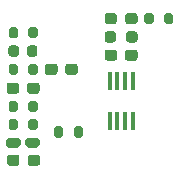
<source format=gbr>
%TF.GenerationSoftware,KiCad,Pcbnew,5.1.12-1.fc35*%
%TF.CreationDate,2021-11-27T14:34:01+00:00*%
%TF.ProjectId,kiCAD_TriSchmittPanelMount_v003.1,6b694341-445f-4547-9269-5363686d6974,rev?*%
%TF.SameCoordinates,Original*%
%TF.FileFunction,Paste,Top*%
%TF.FilePolarity,Positive*%
%FSLAX46Y46*%
G04 Gerber Fmt 4.6, Leading zero omitted, Abs format (unit mm)*
G04 Created by KiCad (PCBNEW 5.1.12-1.fc35) date 2021-11-27 14:34:01*
%MOMM*%
%LPD*%
G01*
G04 APERTURE LIST*
%ADD10R,0.300000X1.600000*%
G04 APERTURE END LIST*
%TO.C,R7*%
G36*
G01*
X200675000Y-76625000D02*
X200675000Y-77175000D01*
G75*
G02*
X200475000Y-77375000I-200000J0D01*
G01*
X200075000Y-77375000D01*
G75*
G02*
X199875000Y-77175000I0J200000D01*
G01*
X199875000Y-76625000D01*
G75*
G02*
X200075000Y-76425000I200000J0D01*
G01*
X200475000Y-76425000D01*
G75*
G02*
X200675000Y-76625000I0J-200000D01*
G01*
G37*
G36*
G01*
X202325000Y-76625000D02*
X202325000Y-77175000D01*
G75*
G02*
X202125000Y-77375000I-200000J0D01*
G01*
X201725000Y-77375000D01*
G75*
G02*
X201525000Y-77175000I0J200000D01*
G01*
X201525000Y-76625000D01*
G75*
G02*
X201725000Y-76425000I200000J0D01*
G01*
X202125000Y-76425000D01*
G75*
G02*
X202325000Y-76625000I0J-200000D01*
G01*
G37*
%TD*%
%TO.C,D4*%
G36*
G01*
X197650000Y-79537500D02*
X197650000Y-79062500D01*
G75*
G02*
X197887500Y-78825000I237500J0D01*
G01*
X198462500Y-78825000D01*
G75*
G02*
X198700000Y-79062500I0J-237500D01*
G01*
X198700000Y-79537500D01*
G75*
G02*
X198462500Y-79775000I-237500J0D01*
G01*
X197887500Y-79775000D01*
G75*
G02*
X197650000Y-79537500I0J237500D01*
G01*
G37*
G36*
G01*
X195900000Y-79537500D02*
X195900000Y-79062500D01*
G75*
G02*
X196137500Y-78825000I237500J0D01*
G01*
X196712500Y-78825000D01*
G75*
G02*
X196950000Y-79062500I0J-237500D01*
G01*
X196950000Y-79537500D01*
G75*
G02*
X196712500Y-79775000I-237500J0D01*
G01*
X196137500Y-79775000D01*
G75*
G02*
X195900000Y-79537500I0J237500D01*
G01*
G37*
%TD*%
D10*
%TO.C,U1*%
X206525000Y-76000000D03*
X205875000Y-76000000D03*
X205225000Y-76000000D03*
X204575000Y-76000000D03*
X204575000Y-72600000D03*
X205225000Y-72600000D03*
X205875000Y-72600000D03*
X206525000Y-72600000D03*
%TD*%
%TO.C,R6*%
G36*
G01*
X205975000Y-69087500D02*
X205975000Y-68612500D01*
G75*
G02*
X206212500Y-68375000I237500J0D01*
G01*
X206712500Y-68375000D01*
G75*
G02*
X206950000Y-68612500I0J-237500D01*
G01*
X206950000Y-69087500D01*
G75*
G02*
X206712500Y-69325000I-237500J0D01*
G01*
X206212500Y-69325000D01*
G75*
G02*
X205975000Y-69087500I0J237500D01*
G01*
G37*
G36*
G01*
X204150000Y-69087500D02*
X204150000Y-68612500D01*
G75*
G02*
X204387500Y-68375000I237500J0D01*
G01*
X204887500Y-68375000D01*
G75*
G02*
X205125000Y-68612500I0J-237500D01*
G01*
X205125000Y-69087500D01*
G75*
G02*
X204887500Y-69325000I-237500J0D01*
G01*
X204387500Y-69325000D01*
G75*
G02*
X204150000Y-69087500I0J237500D01*
G01*
G37*
%TD*%
%TO.C,R5*%
G36*
G01*
X209175000Y-67575000D02*
X209175000Y-67025000D01*
G75*
G02*
X209375000Y-66825000I200000J0D01*
G01*
X209775000Y-66825000D01*
G75*
G02*
X209975000Y-67025000I0J-200000D01*
G01*
X209975000Y-67575000D01*
G75*
G02*
X209775000Y-67775000I-200000J0D01*
G01*
X209375000Y-67775000D01*
G75*
G02*
X209175000Y-67575000I0J200000D01*
G01*
G37*
G36*
G01*
X207525000Y-67575000D02*
X207525000Y-67025000D01*
G75*
G02*
X207725000Y-66825000I200000J0D01*
G01*
X208125000Y-66825000D01*
G75*
G02*
X208325000Y-67025000I0J-200000D01*
G01*
X208325000Y-67575000D01*
G75*
G02*
X208125000Y-67775000I-200000J0D01*
G01*
X207725000Y-67775000D01*
G75*
G02*
X207525000Y-67575000I0J200000D01*
G01*
G37*
%TD*%
%TO.C,R4*%
G36*
G01*
X196833834Y-71325000D02*
X196833834Y-71875000D01*
G75*
G02*
X196633834Y-72075000I-200000J0D01*
G01*
X196233834Y-72075000D01*
G75*
G02*
X196033834Y-71875000I0J200000D01*
G01*
X196033834Y-71325000D01*
G75*
G02*
X196233834Y-71125000I200000J0D01*
G01*
X196633834Y-71125000D01*
G75*
G02*
X196833834Y-71325000I0J-200000D01*
G01*
G37*
G36*
G01*
X198483834Y-71325000D02*
X198483834Y-71875000D01*
G75*
G02*
X198283834Y-72075000I-200000J0D01*
G01*
X197883834Y-72075000D01*
G75*
G02*
X197683834Y-71875000I0J200000D01*
G01*
X197683834Y-71325000D01*
G75*
G02*
X197883834Y-71125000I200000J0D01*
G01*
X198283834Y-71125000D01*
G75*
G02*
X198483834Y-71325000I0J-200000D01*
G01*
G37*
%TD*%
%TO.C,R3*%
G36*
G01*
X197683834Y-68775000D02*
X197683834Y-68225000D01*
G75*
G02*
X197883834Y-68025000I200000J0D01*
G01*
X198283834Y-68025000D01*
G75*
G02*
X198483834Y-68225000I0J-200000D01*
G01*
X198483834Y-68775000D01*
G75*
G02*
X198283834Y-68975000I-200000J0D01*
G01*
X197883834Y-68975000D01*
G75*
G02*
X197683834Y-68775000I0J200000D01*
G01*
G37*
G36*
G01*
X196033834Y-68775000D02*
X196033834Y-68225000D01*
G75*
G02*
X196233834Y-68025000I200000J0D01*
G01*
X196633834Y-68025000D01*
G75*
G02*
X196833834Y-68225000I0J-200000D01*
G01*
X196833834Y-68775000D01*
G75*
G02*
X196633834Y-68975000I-200000J0D01*
G01*
X196233834Y-68975000D01*
G75*
G02*
X196033834Y-68775000I0J200000D01*
G01*
G37*
%TD*%
%TO.C,R2*%
G36*
G01*
X198483834Y-75998334D02*
X198483834Y-76548334D01*
G75*
G02*
X198283834Y-76748334I-200000J0D01*
G01*
X197883834Y-76748334D01*
G75*
G02*
X197683834Y-76548334I0J200000D01*
G01*
X197683834Y-75998334D01*
G75*
G02*
X197883834Y-75798334I200000J0D01*
G01*
X198283834Y-75798334D01*
G75*
G02*
X198483834Y-75998334I0J-200000D01*
G01*
G37*
G36*
G01*
X196833834Y-75998334D02*
X196833834Y-76548334D01*
G75*
G02*
X196633834Y-76748334I-200000J0D01*
G01*
X196233834Y-76748334D01*
G75*
G02*
X196033834Y-76548334I0J200000D01*
G01*
X196033834Y-75998334D01*
G75*
G02*
X196233834Y-75798334I200000J0D01*
G01*
X196633834Y-75798334D01*
G75*
G02*
X196833834Y-75998334I0J-200000D01*
G01*
G37*
%TD*%
%TO.C,R1*%
G36*
G01*
X196033834Y-75011668D02*
X196033834Y-74461668D01*
G75*
G02*
X196233834Y-74261668I200000J0D01*
G01*
X196633834Y-74261668D01*
G75*
G02*
X196833834Y-74461668I0J-200000D01*
G01*
X196833834Y-75011668D01*
G75*
G02*
X196633834Y-75211668I-200000J0D01*
G01*
X196233834Y-75211668D01*
G75*
G02*
X196033834Y-75011668I0J200000D01*
G01*
G37*
G36*
G01*
X197683834Y-75011668D02*
X197683834Y-74461668D01*
G75*
G02*
X197883834Y-74261668I200000J0D01*
G01*
X198283834Y-74261668D01*
G75*
G02*
X198483834Y-74461668I0J-200000D01*
G01*
X198483834Y-75011668D01*
G75*
G02*
X198283834Y-75211668I-200000J0D01*
G01*
X197883834Y-75211668D01*
G75*
G02*
X197683834Y-75011668I0J200000D01*
G01*
G37*
%TD*%
%TO.C,D3*%
G36*
G01*
X205900000Y-67537500D02*
X205900000Y-67062500D01*
G75*
G02*
X206137500Y-66825000I237500J0D01*
G01*
X206712500Y-66825000D01*
G75*
G02*
X206950000Y-67062500I0J-237500D01*
G01*
X206950000Y-67537500D01*
G75*
G02*
X206712500Y-67775000I-237500J0D01*
G01*
X206137500Y-67775000D01*
G75*
G02*
X205900000Y-67537500I0J237500D01*
G01*
G37*
G36*
G01*
X204150000Y-67537500D02*
X204150000Y-67062500D01*
G75*
G02*
X204387500Y-66825000I237500J0D01*
G01*
X204962500Y-66825000D01*
G75*
G02*
X205200000Y-67062500I0J-237500D01*
G01*
X205200000Y-67537500D01*
G75*
G02*
X204962500Y-67775000I-237500J0D01*
G01*
X204387500Y-67775000D01*
G75*
G02*
X204150000Y-67537500I0J237500D01*
G01*
G37*
%TD*%
%TO.C,D2*%
G36*
G01*
X196888834Y-69793750D02*
X196888834Y-70306250D01*
G75*
G02*
X196670084Y-70525000I-218750J0D01*
G01*
X196232584Y-70525000D01*
G75*
G02*
X196013834Y-70306250I0J218750D01*
G01*
X196013834Y-69793750D01*
G75*
G02*
X196232584Y-69575000I218750J0D01*
G01*
X196670084Y-69575000D01*
G75*
G02*
X196888834Y-69793750I0J-218750D01*
G01*
G37*
G36*
G01*
X198463834Y-69793750D02*
X198463834Y-70306250D01*
G75*
G02*
X198245084Y-70525000I-218750J0D01*
G01*
X197807584Y-70525000D01*
G75*
G02*
X197588834Y-70306250I0J218750D01*
G01*
X197588834Y-69793750D01*
G75*
G02*
X197807584Y-69575000I218750J0D01*
G01*
X198245084Y-69575000D01*
G75*
G02*
X198463834Y-69793750I0J-218750D01*
G01*
G37*
%TD*%
%TO.C,D1*%
G36*
G01*
X198663834Y-77587500D02*
X198663834Y-78012500D01*
G75*
G02*
X198451334Y-78225000I-212500J0D01*
G01*
X197651334Y-78225000D01*
G75*
G02*
X197438834Y-78012500I0J212500D01*
G01*
X197438834Y-77587500D01*
G75*
G02*
X197651334Y-77375000I212500J0D01*
G01*
X198451334Y-77375000D01*
G75*
G02*
X198663834Y-77587500I0J-212500D01*
G01*
G37*
G36*
G01*
X197038834Y-77587500D02*
X197038834Y-78012500D01*
G75*
G02*
X196826334Y-78225000I-212500J0D01*
G01*
X196026334Y-78225000D01*
G75*
G02*
X195813834Y-78012500I0J212500D01*
G01*
X195813834Y-77587500D01*
G75*
G02*
X196026334Y-77375000I212500J0D01*
G01*
X196826334Y-77375000D01*
G75*
G02*
X197038834Y-77587500I0J-212500D01*
G01*
G37*
%TD*%
%TO.C,C3*%
G36*
G01*
X205875000Y-70637500D02*
X205875000Y-70162500D01*
G75*
G02*
X206112500Y-69925000I237500J0D01*
G01*
X206712500Y-69925000D01*
G75*
G02*
X206950000Y-70162500I0J-237500D01*
G01*
X206950000Y-70637500D01*
G75*
G02*
X206712500Y-70875000I-237500J0D01*
G01*
X206112500Y-70875000D01*
G75*
G02*
X205875000Y-70637500I0J237500D01*
G01*
G37*
G36*
G01*
X204150000Y-70637500D02*
X204150000Y-70162500D01*
G75*
G02*
X204387500Y-69925000I237500J0D01*
G01*
X204987500Y-69925000D01*
G75*
G02*
X205225000Y-70162500I0J-237500D01*
G01*
X205225000Y-70637500D01*
G75*
G02*
X204987500Y-70875000I-237500J0D01*
G01*
X204387500Y-70875000D01*
G75*
G02*
X204150000Y-70637500I0J237500D01*
G01*
G37*
%TD*%
%TO.C,C2*%
G36*
G01*
X200175000Y-71362500D02*
X200175000Y-71837500D01*
G75*
G02*
X199937500Y-72075000I-237500J0D01*
G01*
X199337500Y-72075000D01*
G75*
G02*
X199100000Y-71837500I0J237500D01*
G01*
X199100000Y-71362500D01*
G75*
G02*
X199337500Y-71125000I237500J0D01*
G01*
X199937500Y-71125000D01*
G75*
G02*
X200175000Y-71362500I0J-237500D01*
G01*
G37*
G36*
G01*
X201900000Y-71362500D02*
X201900000Y-71837500D01*
G75*
G02*
X201662500Y-72075000I-237500J0D01*
G01*
X201062500Y-72075000D01*
G75*
G02*
X200825000Y-71837500I0J237500D01*
G01*
X200825000Y-71362500D01*
G75*
G02*
X201062500Y-71125000I237500J0D01*
G01*
X201662500Y-71125000D01*
G75*
G02*
X201900000Y-71362500I0J-237500D01*
G01*
G37*
%TD*%
%TO.C,C1*%
G36*
G01*
X195858834Y-73437500D02*
X195858834Y-72962500D01*
G75*
G02*
X196096334Y-72725000I237500J0D01*
G01*
X196696334Y-72725000D01*
G75*
G02*
X196933834Y-72962500I0J-237500D01*
G01*
X196933834Y-73437500D01*
G75*
G02*
X196696334Y-73675000I-237500J0D01*
G01*
X196096334Y-73675000D01*
G75*
G02*
X195858834Y-73437500I0J237500D01*
G01*
G37*
G36*
G01*
X197583834Y-73437500D02*
X197583834Y-72962500D01*
G75*
G02*
X197821334Y-72725000I237500J0D01*
G01*
X198421334Y-72725000D01*
G75*
G02*
X198658834Y-72962500I0J-237500D01*
G01*
X198658834Y-73437500D01*
G75*
G02*
X198421334Y-73675000I-237500J0D01*
G01*
X197821334Y-73675000D01*
G75*
G02*
X197583834Y-73437500I0J237500D01*
G01*
G37*
%TD*%
M02*

</source>
